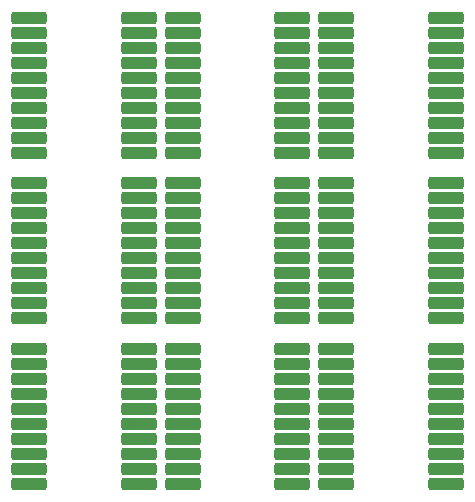
<source format=gbs>
G04 #@! TF.GenerationSoftware,KiCad,Pcbnew,7.0.7*
G04 #@! TF.CreationDate,2023-11-30T18:24:32+01:00*
G04 #@! TF.ProjectId,10K_RNet,31304b5f-524e-4657-942e-6b696361645f,rev?*
G04 #@! TF.SameCoordinates,Original*
G04 #@! TF.FileFunction,Soldermask,Bot*
G04 #@! TF.FilePolarity,Negative*
%FSLAX46Y46*%
G04 Gerber Fmt 4.6, Leading zero omitted, Abs format (unit mm)*
G04 Created by KiCad (PCBNEW 7.0.7) date 2023-11-30 18:24:32*
%MOMM*%
%LPD*%
G01*
G04 APERTURE LIST*
G04 Aperture macros list*
%AMRoundRect*
0 Rectangle with rounded corners*
0 $1 Rounding radius*
0 $2 $3 $4 $5 $6 $7 $8 $9 X,Y pos of 4 corners*
0 Add a 4 corners polygon primitive as box body*
4,1,4,$2,$3,$4,$5,$6,$7,$8,$9,$2,$3,0*
0 Add four circle primitives for the rounded corners*
1,1,$1+$1,$2,$3*
1,1,$1+$1,$4,$5*
1,1,$1+$1,$6,$7*
1,1,$1+$1,$8,$9*
0 Add four rect primitives between the rounded corners*
20,1,$1+$1,$2,$3,$4,$5,0*
20,1,$1+$1,$4,$5,$6,$7,0*
20,1,$1+$1,$6,$7,$8,$9,0*
20,1,$1+$1,$8,$9,$2,$3,0*%
G04 Aperture macros list end*
%ADD10RoundRect,0.275000X-1.225000X-0.275000X1.225000X-0.275000X1.225000X0.275000X-1.225000X0.275000X0*%
G04 APERTURE END LIST*
D10*
X88700000Y-69570000D03*
X88700000Y-72110000D03*
X88700000Y-73380000D03*
X88700000Y-74650000D03*
X88700000Y-75920000D03*
X88700000Y-77190000D03*
X88700000Y-78460000D03*
X88700000Y-79730000D03*
X88700000Y-81000000D03*
X98000000Y-69570000D03*
X98000000Y-70840000D03*
X98000000Y-72110000D03*
X98000000Y-73380000D03*
X98000000Y-74650000D03*
X98000000Y-75920000D03*
X98000000Y-77190000D03*
X98000000Y-78460000D03*
X98000000Y-79730000D03*
X98000000Y-81000000D03*
X88700000Y-70840000D03*
X75700000Y-69570000D03*
X75700000Y-72110000D03*
X75700000Y-73380000D03*
X75700000Y-74650000D03*
X75700000Y-75920000D03*
X75700000Y-77190000D03*
X75700000Y-78460000D03*
X75700000Y-79730000D03*
X75700000Y-81000000D03*
X85000000Y-69570000D03*
X85000000Y-70840000D03*
X85000000Y-72110000D03*
X85000000Y-73380000D03*
X85000000Y-74650000D03*
X85000000Y-75920000D03*
X85000000Y-77190000D03*
X85000000Y-78460000D03*
X85000000Y-79730000D03*
X85000000Y-81000000D03*
X75700000Y-70840000D03*
X88700000Y-55570000D03*
X88700000Y-58110000D03*
X88700000Y-59380000D03*
X88700000Y-60650000D03*
X88700000Y-61920000D03*
X88700000Y-63190000D03*
X88700000Y-64460000D03*
X88700000Y-65730000D03*
X88700000Y-67000000D03*
X98000000Y-55570000D03*
X98000000Y-56840000D03*
X98000000Y-58110000D03*
X98000000Y-59380000D03*
X98000000Y-60650000D03*
X98000000Y-61920000D03*
X98000000Y-63190000D03*
X98000000Y-64460000D03*
X98000000Y-65730000D03*
X98000000Y-67000000D03*
X88700000Y-56840000D03*
X75700000Y-55570000D03*
X75700000Y-58110000D03*
X75700000Y-59380000D03*
X75700000Y-60650000D03*
X75700000Y-61920000D03*
X75700000Y-63190000D03*
X75700000Y-64460000D03*
X75700000Y-65730000D03*
X75700000Y-67000000D03*
X85000000Y-55570000D03*
X85000000Y-56840000D03*
X85000000Y-58110000D03*
X85000000Y-59380000D03*
X85000000Y-60650000D03*
X85000000Y-61920000D03*
X85000000Y-63190000D03*
X85000000Y-64460000D03*
X85000000Y-65730000D03*
X85000000Y-67000000D03*
X75700000Y-56840000D03*
X62700000Y-69570000D03*
X62700000Y-72110000D03*
X62700000Y-73380000D03*
X62700000Y-74650000D03*
X62700000Y-75920000D03*
X62700000Y-77190000D03*
X62700000Y-78460000D03*
X62700000Y-79730000D03*
X62700000Y-81000000D03*
X72000000Y-69570000D03*
X72000000Y-70840000D03*
X72000000Y-72110000D03*
X72000000Y-73380000D03*
X72000000Y-74650000D03*
X72000000Y-75920000D03*
X72000000Y-77190000D03*
X72000000Y-78460000D03*
X72000000Y-79730000D03*
X72000000Y-81000000D03*
X62700000Y-70840000D03*
X62700000Y-55570000D03*
X62700000Y-58110000D03*
X62700000Y-59380000D03*
X62700000Y-60650000D03*
X62700000Y-61920000D03*
X62700000Y-63190000D03*
X62700000Y-64460000D03*
X62700000Y-65730000D03*
X62700000Y-67000000D03*
X72000000Y-55570000D03*
X72000000Y-56840000D03*
X72000000Y-58110000D03*
X72000000Y-59380000D03*
X72000000Y-60650000D03*
X72000000Y-61920000D03*
X72000000Y-63190000D03*
X72000000Y-64460000D03*
X72000000Y-65730000D03*
X72000000Y-67000000D03*
X62700000Y-56840000D03*
X88700000Y-41570000D03*
X88700000Y-44110000D03*
X88700000Y-45380000D03*
X88700000Y-46650000D03*
X88700000Y-47920000D03*
X88700000Y-49190000D03*
X88700000Y-50460000D03*
X88700000Y-51730000D03*
X88700000Y-53000000D03*
X98000000Y-41570000D03*
X98000000Y-42840000D03*
X98000000Y-44110000D03*
X98000000Y-45380000D03*
X98000000Y-46650000D03*
X98000000Y-47920000D03*
X98000000Y-49190000D03*
X98000000Y-50460000D03*
X98000000Y-51730000D03*
X98000000Y-53000000D03*
X88700000Y-42840000D03*
X75700000Y-41570000D03*
X75700000Y-44110000D03*
X75700000Y-45380000D03*
X75700000Y-46650000D03*
X75700000Y-47920000D03*
X75700000Y-49190000D03*
X75700000Y-50460000D03*
X75700000Y-51730000D03*
X75700000Y-53000000D03*
X85000000Y-41570000D03*
X85000000Y-42840000D03*
X85000000Y-44110000D03*
X85000000Y-45380000D03*
X85000000Y-46650000D03*
X85000000Y-47920000D03*
X85000000Y-49190000D03*
X85000000Y-50460000D03*
X85000000Y-51730000D03*
X85000000Y-53000000D03*
X75700000Y-42840000D03*
X62700000Y-41570000D03*
X62700000Y-44110000D03*
X62700000Y-45380000D03*
X62700000Y-46650000D03*
X62700000Y-47920000D03*
X62700000Y-49190000D03*
X62700000Y-50460000D03*
X62700000Y-51730000D03*
X62700000Y-53000000D03*
X72000000Y-41570000D03*
X72000000Y-42840000D03*
X72000000Y-44110000D03*
X72000000Y-45380000D03*
X72000000Y-46650000D03*
X72000000Y-47920000D03*
X72000000Y-49190000D03*
X72000000Y-50460000D03*
X72000000Y-51730000D03*
X72000000Y-53000000D03*
X62700000Y-42840000D03*
M02*

</source>
